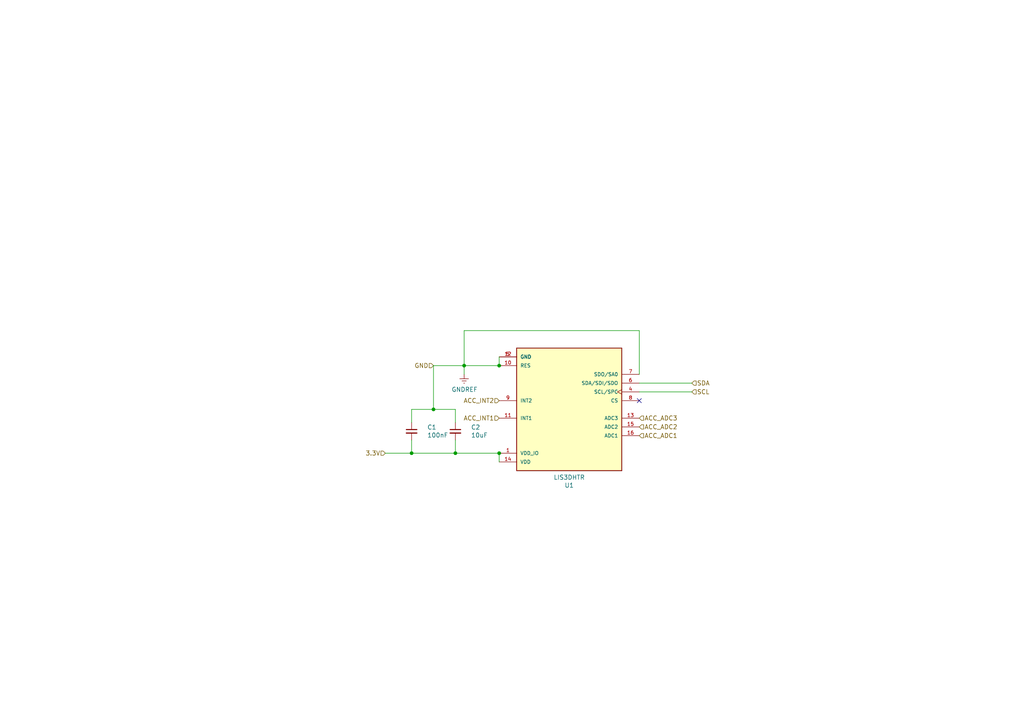
<source format=kicad_sch>
(kicad_sch (version 20211123) (generator eeschema)

  (uuid bdc7face-9f7c-4701-80bb-4cc144448db1)

  (paper "A4")

  (lib_symbols
    (symbol "Device:C_Small" (pin_numbers hide) (pin_names (offset 0.254) hide) (in_bom yes) (on_board yes)
      (property "Reference" "C" (id 0) (at 0.254 1.778 0)
        (effects (font (size 1.27 1.27)) (justify left))
      )
      (property "Value" "C_Small" (id 1) (at 0.254 -2.032 0)
        (effects (font (size 1.27 1.27)) (justify left))
      )
      (property "Footprint" "" (id 2) (at 0 0 0)
        (effects (font (size 1.27 1.27)) hide)
      )
      (property "Datasheet" "~" (id 3) (at 0 0 0)
        (effects (font (size 1.27 1.27)) hide)
      )
      (property "ki_keywords" "capacitor cap" (id 4) (at 0 0 0)
        (effects (font (size 1.27 1.27)) hide)
      )
      (property "ki_description" "Unpolarized capacitor, small symbol" (id 5) (at 0 0 0)
        (effects (font (size 1.27 1.27)) hide)
      )
      (property "ki_fp_filters" "C_*" (id 6) (at 0 0 0)
        (effects (font (size 1.27 1.27)) hide)
      )
      (symbol "C_Small_0_1"
        (polyline
          (pts
            (xy -1.524 -0.508)
            (xy 1.524 -0.508)
          )
          (stroke (width 0.3302) (type default) (color 0 0 0 0))
          (fill (type none))
        )
        (polyline
          (pts
            (xy -1.524 0.508)
            (xy 1.524 0.508)
          )
          (stroke (width 0.3048) (type default) (color 0 0 0 0))
          (fill (type none))
        )
      )
      (symbol "C_Small_1_1"
        (pin passive line (at 0 2.54 270) (length 2.032)
          (name "~" (effects (font (size 1.27 1.27))))
          (number "1" (effects (font (size 1.27 1.27))))
        )
        (pin passive line (at 0 -2.54 90) (length 2.032)
          (name "~" (effects (font (size 1.27 1.27))))
          (number "2" (effects (font (size 1.27 1.27))))
        )
      )
    )
    (symbol "STM32WL55JC_pcb_design-rescue:LIS3DHTR-LIS3DHTR" (pin_names (offset 1.016)) (in_bom yes) (on_board yes)
      (property "Reference" "U" (id 0) (at -15.24 18.288 0)
        (effects (font (size 1.27 1.27)) (justify left bottom))
      )
      (property "Value" "LIS3DHTR-LIS3DHTR" (id 1) (at -15.24 -20.32 0)
        (effects (font (size 1.27 1.27)) (justify left bottom))
      )
      (property "Footprint" "XDCR_LIS3DHTR" (id 2) (at 0 0 0)
        (effects (font (size 1.27 1.27)) (justify left bottom) hide)
      )
      (property "Datasheet" "" (id 3) (at 0 0 0)
        (effects (font (size 1.27 1.27)) (justify left bottom) hide)
      )
      (property "MANUFACTURER" "STMicroelectronics" (id 4) (at 0 0 0)
        (effects (font (size 1.27 1.27)) (justify left bottom) hide)
      )
      (property "PARTREV" "2" (id 5) (at 0 0 0)
        (effects (font (size 1.27 1.27)) (justify left bottom) hide)
      )
      (property "MAXIMUM_PACKAGE_HEIGHT" "1mm" (id 6) (at 0 0 0)
        (effects (font (size 1.27 1.27)) (justify left bottom) hide)
      )
      (property "STANDARD" "Manufacturer Recommendations" (id 7) (at 0 0 0)
        (effects (font (size 1.27 1.27)) (justify left bottom) hide)
      )
      (property "ki_locked" "" (id 8) (at 0 0 0)
        (effects (font (size 1.27 1.27)))
      )
      (symbol "LIS3DHTR-LIS3DHTR_0_0"
        (rectangle (start -15.24 -17.78) (end 15.24 17.78)
          (stroke (width 0.254) (type default) (color 0 0 0 0))
          (fill (type background))
        )
        (pin power_in line (at 20.32 12.7 180) (length 5.08)
          (name "VDD_IO" (effects (font (size 1.016 1.016))))
          (number "1" (effects (font (size 1.016 1.016))))
        )
        (pin passive line (at 20.32 -12.7 180) (length 5.08)
          (name "RES" (effects (font (size 1.016 1.016))))
          (number "10" (effects (font (size 1.016 1.016))))
        )
        (pin output line (at 20.32 2.54 180) (length 5.08)
          (name "INT1" (effects (font (size 1.016 1.016))))
          (number "11" (effects (font (size 1.016 1.016))))
        )
        (pin power_in line (at 20.32 -15.24 180) (length 5.08)
          (name "GND" (effects (font (size 1.016 1.016))))
          (number "12" (effects (font (size 1.016 1.016))))
        )
        (pin input line (at -20.32 2.54 0) (length 5.08)
          (name "ADC3" (effects (font (size 1.016 1.016))))
          (number "13" (effects (font (size 1.016 1.016))))
        )
        (pin power_in line (at 20.32 15.24 180) (length 5.08)
          (name "VDD" (effects (font (size 1.016 1.016))))
          (number "14" (effects (font (size 1.016 1.016))))
        )
        (pin input line (at -20.32 5.08 0) (length 5.08)
          (name "ADC2" (effects (font (size 1.016 1.016))))
          (number "15" (effects (font (size 1.016 1.016))))
        )
        (pin input line (at -20.32 7.62 0) (length 5.08)
          (name "ADC1" (effects (font (size 1.016 1.016))))
          (number "16" (effects (font (size 1.016 1.016))))
        )
        (pin input clock (at -20.32 -5.08 0) (length 5.08)
          (name "SCL/SPC" (effects (font (size 1.016 1.016))))
          (number "4" (effects (font (size 1.016 1.016))))
        )
        (pin power_in line (at 20.32 -15.24 180) (length 5.08)
          (name "GND" (effects (font (size 1.016 1.016))))
          (number "5" (effects (font (size 1.016 1.016))))
        )
        (pin bidirectional line (at -20.32 -7.62 0) (length 5.08)
          (name "SDA/SDI/SDO" (effects (font (size 1.016 1.016))))
          (number "6" (effects (font (size 1.016 1.016))))
        )
        (pin bidirectional line (at -20.32 -10.16 0) (length 5.08)
          (name "SDO/SA0" (effects (font (size 1.016 1.016))))
          (number "7" (effects (font (size 1.016 1.016))))
        )
        (pin input line (at -20.32 -2.54 0) (length 5.08)
          (name "CS" (effects (font (size 1.016 1.016))))
          (number "8" (effects (font (size 1.016 1.016))))
        )
        (pin output line (at 20.32 -2.54 180) (length 5.08)
          (name "INT2" (effects (font (size 1.016 1.016))))
          (number "9" (effects (font (size 1.016 1.016))))
        )
      )
    )
    (symbol "power:GNDREF" (power) (pin_names (offset 0)) (in_bom yes) (on_board yes)
      (property "Reference" "#PWR" (id 0) (at 0 -6.35 0)
        (effects (font (size 1.27 1.27)) hide)
      )
      (property "Value" "GNDREF" (id 1) (at 0 -3.81 0)
        (effects (font (size 1.27 1.27)))
      )
      (property "Footprint" "" (id 2) (at 0 0 0)
        (effects (font (size 1.27 1.27)) hide)
      )
      (property "Datasheet" "" (id 3) (at 0 0 0)
        (effects (font (size 1.27 1.27)) hide)
      )
      (property "ki_keywords" "power-flag" (id 4) (at 0 0 0)
        (effects (font (size 1.27 1.27)) hide)
      )
      (property "ki_description" "Power symbol creates a global label with name \"GNDREF\" , reference supply ground" (id 5) (at 0 0 0)
        (effects (font (size 1.27 1.27)) hide)
      )
      (symbol "GNDREF_0_1"
        (polyline
          (pts
            (xy -0.635 -1.905)
            (xy 0.635 -1.905)
          )
          (stroke (width 0) (type default) (color 0 0 0 0))
          (fill (type none))
        )
        (polyline
          (pts
            (xy -0.127 -2.54)
            (xy 0.127 -2.54)
          )
          (stroke (width 0) (type default) (color 0 0 0 0))
          (fill (type none))
        )
        (polyline
          (pts
            (xy 0 -1.27)
            (xy 0 0)
          )
          (stroke (width 0) (type default) (color 0 0 0 0))
          (fill (type none))
        )
        (polyline
          (pts
            (xy 1.27 -1.27)
            (xy -1.27 -1.27)
          )
          (stroke (width 0) (type default) (color 0 0 0 0))
          (fill (type none))
        )
      )
      (symbol "GNDREF_1_1"
        (pin power_in line (at 0 0 270) (length 0) hide
          (name "GNDREF" (effects (font (size 1.27 1.27))))
          (number "1" (effects (font (size 1.27 1.27))))
        )
      )
    )
  )

  (junction (at 125.73 118.745) (diameter 0) (color 0 0 0 0)
    (uuid 0ed56bdf-a82e-4bb5-85ab-6a3bff69b164)
  )
  (junction (at 134.62 106.045) (diameter 0) (color 0 0 0 0)
    (uuid 2004ae82-9d06-4f4f-b200-82e7f3ca9479)
  )
  (junction (at 144.78 131.445) (diameter 0) (color 0 0 0 0)
    (uuid 2ae5c0e2-89c9-44b0-9d9d-58442a1d2904)
  )
  (junction (at 119.38 131.445) (diameter 0) (color 0 0 0 0)
    (uuid 30149ae6-c4d5-4bec-9bc1-5bed19b1d6a9)
  )
  (junction (at 132.08 131.445) (diameter 0) (color 0 0 0 0)
    (uuid 45d0be27-92b3-4bdb-8caf-0545fa02b1bd)
  )
  (junction (at 144.78 106.045) (diameter 0) (color 0 0 0 0)
    (uuid 6ceea7e6-4d24-45dd-9479-b992a3af50d4)
  )

  (no_connect (at 185.42 116.205) (uuid 034f1215-577d-4e4a-9d5c-16865b807290))

  (wire (pts (xy 185.42 113.665) (xy 200.66 113.665))
    (stroke (width 0) (type default) (color 0 0 0 0))
    (uuid 107f1400-d31d-41bb-9de8-7243d5bf812e)
  )
  (wire (pts (xy 144.78 103.505) (xy 144.78 106.045))
    (stroke (width 0) (type default) (color 0 0 0 0))
    (uuid 2797f476-0d53-4aa6-bffb-bcb1a3963095)
  )
  (wire (pts (xy 119.38 118.745) (xy 125.73 118.745))
    (stroke (width 0) (type default) (color 0 0 0 0))
    (uuid 2e0cf03e-22e3-42ab-83cf-bc47835e9983)
  )
  (wire (pts (xy 185.42 111.125) (xy 200.66 111.125))
    (stroke (width 0) (type default) (color 0 0 0 0))
    (uuid 2f22ea40-ec20-4280-96eb-4fafad9cd499)
  )
  (wire (pts (xy 134.62 95.885) (xy 134.62 106.045))
    (stroke (width 0) (type default) (color 0 0 0 0))
    (uuid 32a9df2f-17cc-4454-b6f1-4c632b199b67)
  )
  (wire (pts (xy 132.08 118.745) (xy 132.08 122.555))
    (stroke (width 0) (type default) (color 0 0 0 0))
    (uuid 3f078306-eb8f-4f77-a35b-7253f700d3e4)
  )
  (wire (pts (xy 125.73 106.045) (xy 134.62 106.045))
    (stroke (width 0) (type default) (color 0 0 0 0))
    (uuid 3f7e99c1-ffe7-4889-94e6-5d9d69202606)
  )
  (wire (pts (xy 111.76 131.445) (xy 119.38 131.445))
    (stroke (width 0) (type default) (color 0 0 0 0))
    (uuid 568016a2-84eb-4a5c-8836-997096c7a5a0)
  )
  (wire (pts (xy 132.08 131.445) (xy 144.78 131.445))
    (stroke (width 0) (type default) (color 0 0 0 0))
    (uuid 69818b61-38f1-4c0a-9c59-f8bf38abedb4)
  )
  (wire (pts (xy 132.08 127.635) (xy 132.08 131.445))
    (stroke (width 0) (type default) (color 0 0 0 0))
    (uuid 7b43f3b8-d080-48d7-9279-6bcfafd4da0d)
  )
  (wire (pts (xy 134.62 106.045) (xy 134.62 108.585))
    (stroke (width 0) (type default) (color 0 0 0 0))
    (uuid 7b71fcd5-794c-4ec8-8a59-c0463325c723)
  )
  (wire (pts (xy 119.38 127.635) (xy 119.38 131.445))
    (stroke (width 0) (type default) (color 0 0 0 0))
    (uuid 976bfe27-925f-4657-aa11-b4229e3f6f7a)
  )
  (wire (pts (xy 185.42 95.885) (xy 134.62 95.885))
    (stroke (width 0) (type default) (color 0 0 0 0))
    (uuid 98e4d800-effa-4358-9087-e5098703a0c1)
  )
  (wire (pts (xy 134.62 106.045) (xy 144.78 106.045))
    (stroke (width 0) (type default) (color 0 0 0 0))
    (uuid ad545feb-d9ba-4ecf-a773-8e44fabeb12c)
  )
  (wire (pts (xy 125.73 106.045) (xy 125.73 118.745))
    (stroke (width 0) (type default) (color 0 0 0 0))
    (uuid ae0abd77-14f4-4026-9566-a15730b24dec)
  )
  (wire (pts (xy 119.38 131.445) (xy 132.08 131.445))
    (stroke (width 0) (type default) (color 0 0 0 0))
    (uuid bcd0d3e4-6e53-4b07-aaf8-4d9cc7bd3a9d)
  )
  (wire (pts (xy 185.42 108.585) (xy 185.42 95.885))
    (stroke (width 0) (type default) (color 0 0 0 0))
    (uuid c655a54b-abba-4679-b98d-61e8613980bd)
  )
  (wire (pts (xy 144.78 133.985) (xy 144.78 131.445))
    (stroke (width 0) (type default) (color 0 0 0 0))
    (uuid dc81b3de-06c4-4ec7-9199-c17e124adf97)
  )
  (wire (pts (xy 125.73 118.745) (xy 132.08 118.745))
    (stroke (width 0) (type default) (color 0 0 0 0))
    (uuid f75b54a6-f0d8-4777-9edd-9684a1de31a5)
  )
  (wire (pts (xy 119.38 118.745) (xy 119.38 122.555))
    (stroke (width 0) (type default) (color 0 0 0 0))
    (uuid f9bea0bb-094c-478f-893b-a633897dc1b8)
  )

  (hierarchical_label "ACC_ADC1" (shape input) (at 185.42 126.365 0)
    (effects (font (size 1.27 1.27)) (justify left))
    (uuid 39954968-8f6d-4f30-a6bf-30427f2e3b5a)
  )
  (hierarchical_label "SDA" (shape input) (at 200.66 111.125 0)
    (effects (font (size 1.27 1.27)) (justify left))
    (uuid 5c9d22e5-8e03-46f1-9949-2840b458134b)
  )
  (hierarchical_label "ACC_INT1" (shape input) (at 144.78 121.285 180)
    (effects (font (size 1.27 1.27)) (justify right))
    (uuid 612feb18-03c4-47e5-9a09-baa79b31abb0)
  )
  (hierarchical_label "ACC_ADC3" (shape input) (at 185.42 121.285 0)
    (effects (font (size 1.27 1.27)) (justify left))
    (uuid 69002e09-610d-4dd8-8940-4af116fe1ced)
  )
  (hierarchical_label "SCL" (shape input) (at 200.66 113.665 0)
    (effects (font (size 1.27 1.27)) (justify left))
    (uuid 95ba8beb-c0ec-42d3-bfdc-072815a3f43f)
  )
  (hierarchical_label "ACC_ADC2" (shape input) (at 185.42 123.825 0)
    (effects (font (size 1.27 1.27)) (justify left))
    (uuid d0bd2302-f88f-419e-bbe6-c8769fcb3aeb)
  )
  (hierarchical_label "3.3V" (shape input) (at 111.76 131.445 180)
    (effects (font (size 1.27 1.27)) (justify right))
    (uuid e4c3a793-0554-4d09-a49c-f7bc912355d7)
  )
  (hierarchical_label "GND" (shape input) (at 125.73 106.045 180)
    (effects (font (size 1.27 1.27)) (justify right))
    (uuid ebc484be-6648-4e9c-9054-bab0efba298a)
  )
  (hierarchical_label "ACC_INT2" (shape input) (at 144.78 116.205 180)
    (effects (font (size 1.27 1.27)) (justify right))
    (uuid ff08e3fa-c419-4101-acf6-7d150274f530)
  )

  (symbol (lib_id "Device:C_Small") (at 119.38 125.095 0) (unit 1)
    (in_bom yes) (on_board yes)
    (uuid 4a429a36-ac9b-491e-a32b-6377c5f30555)
    (property "Reference" "C1" (id 0) (at 123.9012 123.9266 0)
      (effects (font (size 1.27 1.27)) (justify left))
    )
    (property "Value" "100nF" (id 1) (at 123.9012 126.238 0)
      (effects (font (size 1.27 1.27)) (justify left))
    )
    (property "Footprint" "Capacitor_SMD:C_0603_1608Metric" (id 2) (at 119.38 125.095 0)
      (effects (font (size 1.27 1.27)) hide)
    )
    (property "Datasheet" "~" (id 3) (at 119.38 125.095 0)
      (effects (font (size 1.27 1.27)) hide)
    )
    (pin "1" (uuid 2994159e-e58f-4888-b7d3-ab8293bb3c98))
    (pin "2" (uuid 3ff6b447-83b5-40bb-9a2b-d85dbc5e6565))
  )

  (symbol (lib_id "Device:C_Small") (at 132.08 125.095 0) (unit 1)
    (in_bom yes) (on_board yes)
    (uuid 542b7669-e996-4107-b9de-31591867d2a3)
    (property "Reference" "C2" (id 0) (at 136.6012 123.9266 0)
      (effects (font (size 1.27 1.27)) (justify left))
    )
    (property "Value" "10uF" (id 1) (at 136.6012 126.238 0)
      (effects (font (size 1.27 1.27)) (justify left))
    )
    (property "Footprint" "Capacitor_SMD:C_0603_1608Metric" (id 2) (at 132.08 125.095 0)
      (effects (font (size 1.27 1.27)) hide)
    )
    (property "Datasheet" "~" (id 3) (at 132.08 125.095 0)
      (effects (font (size 1.27 1.27)) hide)
    )
    (pin "1" (uuid 41c3cc00-fd67-4936-a1e8-3928854b8673))
    (pin "2" (uuid fe2ac0c2-8ff9-40b8-805c-9d469e63d2a5))
  )

  (symbol (lib_id "STM32WL55JC_pcb_design-rescue:LIS3DHTR-LIS3DHTR") (at 165.1 118.745 180) (unit 1)
    (in_bom yes) (on_board yes)
    (uuid 98b383ad-c6be-4d55-a803-cafaa3c78bc1)
    (property "Reference" "U1" (id 0) (at 165.1 140.7668 0))
    (property "Value" "LIS3DHTR" (id 1) (at 165.1 138.4554 0))
    (property "Footprint" "Package_LGA:LGA-16_3x3mm_P0.5mm" (id 2) (at 165.1 118.745 0)
      (effects (font (size 1.27 1.27)) (justify left bottom) hide)
    )
    (property "Datasheet" "" (id 3) (at 165.1 118.745 0)
      (effects (font (size 1.27 1.27)) (justify left bottom) hide)
    )
    (property "MANUFACTURER" "STMicroelectronics" (id 4) (at 165.1 118.745 0)
      (effects (font (size 1.27 1.27)) (justify left bottom) hide)
    )
    (pin "1" (uuid 5ef14809-7691-4b06-b47a-66540706dd2e))
    (pin "10" (uuid 8b15fc22-e167-4277-9a9a-e357c93ba0c4))
    (pin "11" (uuid dff54c0a-5d50-45f5-9711-ae40777c595b))
    (pin "12" (uuid 285eee95-fe40-4a76-9ead-469d3137b903))
    (pin "13" (uuid e1e008f0-2dfa-47c0-8727-df9390207ba7))
    (pin "14" (uuid f491ba49-2cd5-492f-87cd-310016555463))
    (pin "15" (uuid d21943bd-035d-4d62-bee1-14243387acb7))
    (pin "16" (uuid 02b727dd-fba8-4914-a6f8-17189536279f))
    (pin "4" (uuid 8677d68f-dfa3-43f8-85b1-740851a741c6))
    (pin "5" (uuid ff7053b8-655f-458a-bda7-274dbe0393a2))
    (pin "6" (uuid faeb18f8-c222-4c98-a19d-ced7efa28a99))
    (pin "7" (uuid 3839cb14-58e1-4644-a04b-ab952bfc87b6))
    (pin "8" (uuid 6e4d5860-58ee-4087-bd4b-ad35db001338))
    (pin "9" (uuid 00d76577-cf97-4ac9-bd06-d04ace104360))
  )

  (symbol (lib_id "power:GNDREF") (at 134.62 108.585 0) (unit 1)
    (in_bom yes) (on_board yes)
    (uuid f42adfe5-2223-4c4a-b9de-5bf6a8c6e384)
    (property "Reference" "#PWR0104" (id 0) (at 134.62 114.935 0)
      (effects (font (size 1.27 1.27)) hide)
    )
    (property "Value" "GNDREF" (id 1) (at 134.747 112.9792 0))
    (property "Footprint" "" (id 2) (at 134.62 108.585 0)
      (effects (font (size 1.27 1.27)) hide)
    )
    (property "Datasheet" "" (id 3) (at 134.62 108.585 0)
      (effects (font (size 1.27 1.27)) hide)
    )
    (pin "1" (uuid 6da368c0-01b4-4b20-8f83-3377f60df388))
  )
)

</source>
